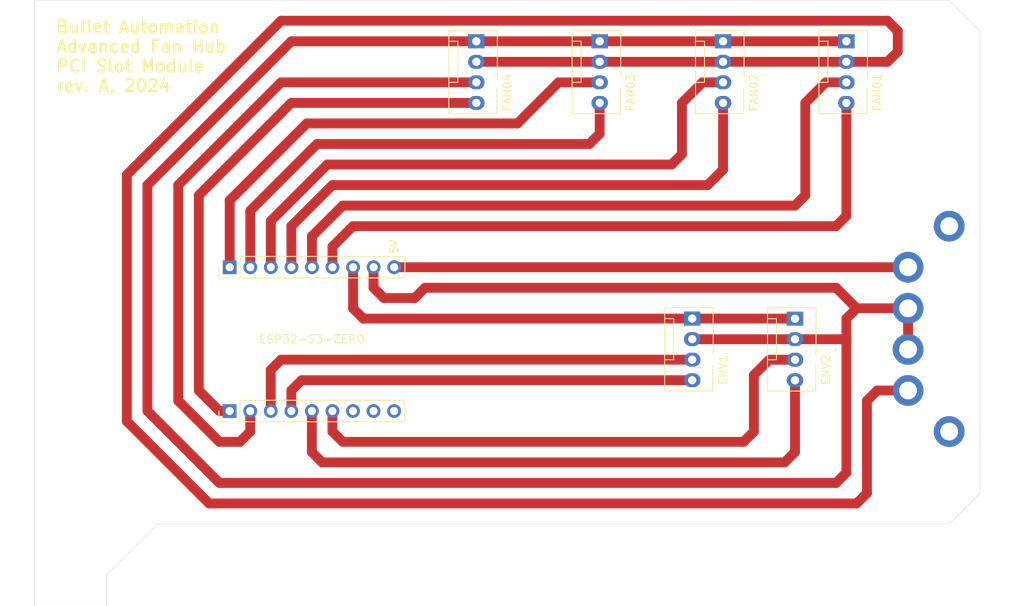
<source format=kicad_pcb>
(kicad_pcb (version 20240108) (generator "pcbnew") (generator_version "8.0")
  (layers (0 "F.Cu" signal) (31 "B.Cu" signal) (34 "B.Paste" user) (35 "F.Paste" user) (36 "B.SilkS" user "B.Silkscreen") (37 "F.SilkS" user "F.Silkscreen") (38 "B.Mask" user) (39 "F.Mask" user) (44 "Edge.Cuts" user))
  (net 0 "")
  (net 1 "GND")
  (net 2 "5V")
  (net 3 "12V")
  (net 4 "PWM1")
  (net 5 "PWM2")
  (net 6 "PWM3")
  (net 7 "PWM4")
  (net 8 "TACHO1")
  (net 9 "TACHO2")
  (net 10 "TACHO3")
  (net 11 "TACHO4")
  (net 12 "3V3")
  (net 13 "SCL_1")
  (net 14 "SDA_1")
  (net 15 "SCL_2")
  (net 16 "SDA_2")
  (footprint "Connector_PinHeader_2.54mm:PinHeader_1x09_P2.54mm_Vertical" (layer "F.Cu") (at 63.51 69.85 90)
    (property "Reference" "ESP32_A" (hide yes))
    (property "Value" "HA")
    (fp_line (start -1.33 -1.33) (end 0 -1.33) (stroke (width 0.12)) (layer "F.SilkS"))
    (fp_line (start -1.33 0) (end -1.33 -1.33) (stroke (width 0.12)) (layer "F.SilkS"))
    (fp_line (start 1.33 1.27) (end 1.33 21.65) (stroke (width 0.12)) (layer "F.SilkS"))
    (fp_line (start -1.33 1.27) (end 1.33 1.27) (stroke (width 0.12)) (layer "F.SilkS"))
    (fp_line (start -1.33 1.27) (end -1.33 21.65) (stroke (width 0.12)) (layer "F.SilkS"))
    (fp_line (start -1.33 21.65) (end 1.33 21.65) (stroke (width 0.12)) (layer "F.SilkS"))
    (pad "1" thru_hole oval (at 0 12.7 90) (size 1.7 1.7) (drill 1) (layers "*.Cu" "*.Mask") (net 4 "PWM1"))
    (pad "2" thru_hole oval (at 0 10.16 90) (size 1.7 1.7) (drill 1) (layers "*.Cu" "*.Mask") (net 8 "TACHO1"))
    (pad "3" thru_hole oval (at 0 7.62 90) (size 1.7 1.7) (drill 1) (layers "*.Cu" "*.Mask") (net 5 "PWM2"))
    (pad "3V3" thru_hole oval (at 0 15.24 90) (size 1.7 1.7) (drill 1) (layers "*.Cu" "*.Mask") (net 12 "3V3"))
    (pad "4" thru_hole oval (at 0 5.08 90) (size 1.7 1.7) (drill 1) (layers "*.Cu" "*.Mask") (net 9 "TACHO2"))
    (pad "5" thru_hole oval (at 0 2.54 90) (size 1.7 1.7) (drill 1) (layers "*.Cu" "*.Mask") (net 6 "PWM3"))
    (pad "5V" thru_hole oval (at 0 20.32 90) (size 1.7 1.7) (drill 1) (layers "*.Cu" "*.Mask") (net 2 "5V"))
    (pad "6" thru_hole rect (at 0 0 90) (size 1.7 1.7) (drill 1) (layers "*.Cu" "*.Mask") (net 10 "TACHO3"))
    (pad "GND" thru_hole oval (at 0 17.78 90) (size 1.7 1.7) (drill 1) (layers "*.Cu" "*.Mask") (net 1 "GND"))
  )
  (footprint "" (layer "F.Cu") (at 147.32 85.09)
    (property "Reference" "" (at 0 0 0) (layer "F.SilkS") (effects (font (size 1.27 1.27))))
    (property "Value" "")
    (pad "1" thru_hole circle (at 0 0) (size 3.8 3.8) (drill 2.2) (layers "*.Cu" "*.Mask") (net 3 "12V"))
  )
  (footprint "Connector:FanPinHeader_1x04_P2.54mm_Vertical" (layer "F.Cu") (at 109.22 41.91 -90)
    (property "Reference" "FAN03" (hide yes))
    (property "Value" "FAN_H3")
    (fp_line (start -1.35 3.4) (end -1.35 -2.6) (stroke (width 0.12)) (layer "F.SilkS"))
    (fp_line (start 8.95 3.4) (end -1.35 3.4) (stroke (width 0.12)) (layer "F.SilkS"))
    (fp_line (start 0 3.3) (end 0 2.29) (stroke (width 0.12)) (layer "F.SilkS"))
    (fp_line (start 0 2.29) (end 5.08 2.29) (stroke (width 0.12)) (layer "F.SilkS"))
    (fp_line (start 5.08 2.29) (end 5.08 3.3) (stroke (width 0.12)) (layer "F.SilkS"))
    (fp_line (start 5.75 -2.55) (end 8.95 -2.55) (stroke (width 0.12)) (layer "F.SilkS"))
    (fp_line (start 8.95 -2.55) (end 8.95 3.4) (stroke (width 0.12)) (layer "F.SilkS"))
    (fp_line (start -1.35 -2.6) (end 4.4 -2.6) (stroke (width 0.12)) (layer "F.SilkS"))
    (pad "1" thru_hole rect (at 0 0) (size 2.03 1.73) (drill 1.02) (layers "*.Cu" "*.Mask") (net 1 "GND"))
    (pad "2" thru_hole oval (at 2.54 0) (size 2.03 1.73) (drill 1.02) (layers "*.Cu" "*.Mask") (net 3 "12V"))
    (pad "3" thru_hole oval (at 5.08 0) (size 2.03 1.73) (drill 1.02) (layers "*.Cu" "*.Mask") (net 10 "TACHO3"))
    (pad "4" thru_hole oval (at 7.62 0) (size 2.03 1.73) (drill 1.02) (layers "*.Cu" "*.Mask") (net 6 "PWM3"))
  )
  (footprint "" (layer "F.Cu") (at 152.4 90.17)
    (property "Reference" "" (at 0 0 0) (layer "F.SilkS") (effects (font (size 1.27 1.27))))
    (property "Value" "")
    (pad "MNT" thru_hole circle (at 0 0) (size 3.8 3.8) (drill 2.2) (layers "*.Cu" "*.Mask"))
  )
  (footprint "" (layer "F.Cu") (at 43.18 106.68)
    (property "Reference" "" (at 0 -2.54 0) (layer "F.SilkS") (effects (font (size 1.27 1.27))))
    (property "Value" "")
    (pad "" np_thru_hole circle (at 0 0) (size 2.5 2.5) (drill 2.5) (layers "*.Cu" "*.Mask"))
  )
  (footprint "Connector_PinHeader_2.54mm:PinHeader_1x09_P2.54mm_Vertical" (layer "F.Cu") (at 63.5 87.63 90)
    (property "Reference" "ESP32_B" (hide yes))
    (property "Value" "HB")
    (fp_line (start -1.33 -1.33) (end 0 -1.33) (stroke (width 0.12)) (layer "F.SilkS"))
    (fp_line (start -1.33 0) (end -1.33 -1.33) (stroke (width 0.12)) (layer "F.SilkS"))
    (fp_line (start 1.33 1.27) (end 1.33 21.65) (stroke (width 0.12)) (layer "F.SilkS"))
    (fp_line (start -1.33 1.27) (end 1.33 1.27) (stroke (width 0.12)) (layer "F.SilkS"))
    (fp_line (start -1.33 1.27) (end -1.33 21.65) (stroke (width 0.12)) (layer "F.SilkS"))
    (fp_line (start -1.33 21.65) (end 1.33 21.65) (stroke (width 0.12)) (layer "F.SilkS"))
    (pad "7" thru_hole rect (at 0 0 90) (size 1.7 1.7) (drill 1) (layers "*.Cu" "*.Mask") (net 7 "PWM4"))
    (pad "8" thru_hole oval (at 0 2.54 90) (size 1.7 1.7) (drill 1) (layers "*.Cu" "*.Mask") (net 11 "TACHO4"))
    (pad "9" thru_hole oval (at 0 5.08 90) (size 1.7 1.7) (drill 1) (layers "*.Cu" "*.Mask") (net 13 "SCL_1"))
    (pad "10" thru_hole oval (at 0 7.62 90) (size 1.7 1.7) (drill 1) (layers "*.Cu" "*.Mask") (net 14 "SDA_1"))
    (pad "11" thru_hole oval (at 0 10.16 90) (size 1.7 1.7) (drill 1) (layers "*.Cu" "*.Mask") (net 16 "SDA_2"))
    (pad "12" thru_hole oval (at 0 12.7 90) (size 1.7 1.7) (drill 1) (layers "*.Cu" "*.Mask") (net 15 "SCL_2"))
    (pad "13" thru_hole oval (at 0 15.24 90) (size 1.7 1.7) (drill 1) (layers "*.Cu" "*.Mask"))
    (pad "RX" thru_hole oval (at 0 17.78 90) (size 1.7 1.7) (drill 1) (layers "*.Cu" "*.Mask"))
    (pad "TX" thru_hole oval (at 0 20.32 90) (size 1.7 1.7) (drill 1) (layers "*.Cu" "*.Mask"))
  )
  (footprint "" (layer "F.Cu") (at 147.32 69.85)
    (property "Reference" "" (at 0 0 0) (layer "F.SilkS") (effects (font (size 1.27 1.27))))
    (property "Value" "")
    (pad "4" thru_hole circle (at 0 0) (size 3.8 3.8) (drill 2.2) (layers "*.Cu" "*.Mask") (net 2 "5V"))
  )
  (footprint "" (layer "F.Cu") (at 152.4 64.77)
    (property "Reference" "" (at 0 0 0) (layer "F.SilkS") (effects (font (size 1.27 1.27))))
    (property "Value" "")
    (pad "MNT" thru_hole circle (at 0 0) (size 3.8 3.8) (drill 2.2) (layers "*.Cu" "*.Mask"))
  )
  (footprint "MountingHole:MountingHole_2.2mm_M2_DIN965_Pad" (layer "F.Cu") (at 147.32 80.01)
    (property "Reference" "ATX2" (hide yes))
    (property "Value" "MountingHole_2.2mm_M2_DIN965_Pad")
    (pad "2" thru_hole circle (at 0 0) (size 3.8 3.8) (drill 2.2) (layers "*.Cu" "*.Mask") (net 1 "GND"))
  )
  (footprint "Connector:FanPinHeader_1x04_P2.54mm_Vertical" (layer "F.Cu") (at 124.46 41.91 -90)
    (property "Reference" "FAN02" (hide yes))
    (property "Value" "FAN_H2")
    (fp_line (start -1.35 3.4) (end -1.35 -2.6) (stroke (width 0.12)) (layer "F.SilkS"))
    (fp_line (start 8.95 3.4) (end -1.35 3.4) (stroke (width 0.12)) (layer "F.SilkS"))
    (fp_line (start 0 3.3) (end 0 2.29) (stroke (width 0.12)) (layer "F.SilkS"))
    (fp_line (start 0 2.29) (end 5.08 2.29) (stroke (width 0.12)) (layer "F.SilkS"))
    (fp_line (start 5.08 2.29) (end 5.08 3.3) (stroke (width 0.12)) (layer "F.SilkS"))
    (fp_line (start 5.75 -2.55) (end 8.95 -2.55) (stroke (width 0.12)) (layer "F.SilkS"))
    (fp_line (start 8.95 -2.55) (end 8.95 3.4) (stroke (width 0.12)) (layer "F.SilkS"))
    (fp_line (start -1.35 -2.6) (end 4.4 -2.6) (stroke (width 0.12)) (layer "F.SilkS"))
    (pad "1" thru_hole rect (at 0 0) (size 2.03 1.73) (drill 1.02) (layers "*.Cu" "*.Mask") (net 1 "GND"))
    (pad "2" thru_hole oval (at 2.54 0) (size 2.03 1.73) (drill 1.02) (layers "*.Cu" "*.Mask") (net 3 "12V"))
    (pad "3" thru_hole oval (at 5.08 0) (size 2.03 1.73) (drill 1.02) (layers "*.Cu" "*.Mask") (net 9 "TACHO2"))
    (pad "4" thru_hole oval (at 7.62 0) (size 2.03 1.73) (drill 1.02) (layers "*.Cu" "*.Mask") (net 5 "PWM2"))
  )
  (footprint "MountingHole:MountingHole_2.2mm_M2_DIN965_Pad" (layer "F.Cu") (at 147.32 74.93)
    (property "Reference" "ATX3" (hide yes))
    (property "Value" "MountingHole_2.2mm_M2_DIN965_Pad")
    (pad "3" thru_hole circle (at 0 0) (size 3.8 3.8) (drill 2.2) (layers "*.Cu" "*.Mask") (net 1 "GND"))
  )
  (footprint "Connector:FanPinHeader_1x04_P2.54mm_Vertical" (layer "F.Cu") (at 120.65 76.2 -90)
    (property "Reference" "ENV1" (at 6.35 -3.81 90) (layer "F.SilkS"))
    (property "Value" "FAN_H4")
    (fp_line (start -1.35 3.4) (end -1.35 -2.6) (stroke (width 0.12)) (layer "F.SilkS"))
    (fp_line (start 8.95 3.4) (end -1.35 3.4) (stroke (width 0.12)) (layer "F.SilkS"))
    (fp_line (start 0 3.3) (end 0 2.29) (stroke (width 0.12)) (layer "F.SilkS"))
    (fp_line (start 0 2.29) (end 5.08 2.29) (stroke (width 0.12)) (layer "F.SilkS"))
    (fp_line (start 5.08 2.29) (end 5.08 3.3) (stroke (width 0.12)) (layer "F.SilkS"))
    (fp_line (start 5.75 -2.55) (end 8.95 -2.55) (stroke (width 0.12)) (layer "F.SilkS"))
    (fp_line (start 8.95 -2.55) (end 8.95 3.4) (stroke (width 0.12)) (layer "F.SilkS"))
    (fp_line (start -1.35 -2.6) (end 4.4 -2.6) (stroke (width 0.12)) (layer "F.SilkS"))
    (pad "1" thru_hole rect (at 0 0) (size 2.03 1.73) (drill 1.02) (layers "*.Cu" "*.Mask") (net 12 "3V3"))
    (pad "2" thru_hole oval (at 2.54 0) (size 2.03 1.73) (drill 1.02) (layers "*.Cu" "*.Mask") (net 1 "GND"))
    (pad "3" thru_hole oval (at 5.08 0) (size 2.03 1.73) (drill 1.02) (layers "*.Cu" "*.Mask") (net 13 "SCL_1"))
    (pad "4" thru_hole oval (at 7.62 0) (size 2.03 1.73) (drill 1.02) (layers "*.Cu" "*.Mask") (net 14 "SDA_1"))
  )
  (footprint "Connector:FanPinHeader_1x04_P2.54mm_Vertical" (layer "F.Cu") (at 133.35 76.21 -90)
    (property "Reference" "ENV2" (at 6.34 -3.81 90) (layer "F.SilkS"))
    (property "Value" "FAN_H4")
    (fp_line (start -1.35 3.4) (end -1.35 -2.6) (stroke (width 0.12)) (layer "F.SilkS"))
    (fp_line (start 8.95 3.4) (end -1.35 3.4) (stroke (width 0.12)) (layer "F.SilkS"))
    (fp_line (start 0 3.3) (end 0 2.29) (stroke (width 0.12)) (layer "F.SilkS"))
    (fp_line (start 0 2.29) (end 5.08 2.29) (stroke (width 0.12)) (layer "F.SilkS"))
    (fp_line (start 5.08 2.29) (end 5.08 3.3) (stroke (width 0.12)) (layer "F.SilkS"))
    (fp_line (start 5.75 -2.55) (end 8.95 -2.55) (stroke (width 0.12)) (layer "F.SilkS"))
    (fp_line (start 8.95 -2.55) (end 8.95 3.4) (stroke (width 0.12)) (layer "F.SilkS"))
    (fp_line (start -1.35 -2.6) (end 4.4 -2.6) (stroke (width 0.12)) (layer "F.SilkS"))
    (pad "1" thru_hole rect (at 0 0) (size 2.03 1.73) (drill 1.02) (layers "*.Cu" "*.Mask") (net 12 "3V3"))
    (pad "2" thru_hole oval (at 2.54 0) (size 2.03 1.73) (drill 1.02) (layers "*.Cu" "*.Mask") (net 1 "GND"))
    (pad "3" thru_hole oval (at 5.08 0) (size 2.03 1.73) (drill 1.02) (layers "*.Cu" "*.Mask") (net 15 "SCL_2"))
    (pad "4" thru_hole oval (at 7.62 0) (size 2.03 1.73) (drill 1.02) (layers "*.Cu" "*.Mask") (net 16 "SDA_2"))
  )
  (footprint "Connector:FanPinHeader_1x04_P2.54mm_Vertical" (layer "F.Cu") (at 93.98 41.91 -90)
    (property "Reference" "FAN04" (hide yes))
    (property "Value" "FAN_H4")
    (fp_line (start -1.35 3.4) (end -1.35 -2.6) (stroke (width 0.12)) (layer "F.SilkS"))
    (fp_line (start 8.95 3.4) (end -1.35 3.4) (stroke (width 0.12)) (layer "F.SilkS"))
    (fp_line (start 0 3.3) (end 0 2.29) (stroke (width 0.12)) (layer "F.SilkS"))
    (fp_line (start 0 2.29) (end 5.08 2.29) (stroke (width 0.12)) (layer "F.SilkS"))
    (fp_line (start 5.08 2.29) (end 5.08 3.3) (stroke (width 0.12)) (layer "F.SilkS"))
    (fp_line (start 5.75 -2.55) (end 8.95 -2.55) (stroke (width 0.12)) (layer "F.SilkS"))
    (fp_line (start 8.95 -2.55) (end 8.95 3.4) (stroke (width 0.12)) (layer "F.SilkS"))
    (fp_line (start -1.35 -2.6) (end 4.4 -2.6) (stroke (width 0.12)) (layer "F.SilkS"))
    (pad "1" thru_hole rect (at 0 0) (size 2.03 1.73) (drill 1.02) (layers "*.Cu" "*.Mask") (net 1 "GND"))
    (pad "2" thru_hole oval (at 2.54 0) (size 2.03 1.73) (drill 1.02) (layers "*.Cu" "*.Mask") (net 3 "12V"))
    (pad "3" thru_hole oval (at 5.08 0) (size 2.03 1.73) (drill 1.02) (layers "*.Cu" "*.Mask") (net 11 "TACHO4"))
    (pad "4" thru_hole oval (at 7.62 0) (size 2.03 1.73) (drill 1.02) (layers "*.Cu" "*.Mask") (net 7 "PWM4"))
  )
  (footprint "Connector:FanPinHeader_1x04_P2.54mm_Vertical" (layer "F.Cu") (at 139.7 41.91 -90)
    (property "Reference" "FAN01" (hide yes))
    (property "Value" "FAN_H1")
    (fp_line (start -1.35 3.4) (end -1.35 -2.6) (stroke (width 0.12)) (layer "F.SilkS"))
    (fp_line (start 8.95 3.4) (end -1.35 3.4) (stroke (width 0.12)) (layer "F.SilkS"))
    (fp_line (start 0 3.3) (end 0 2.29) (stroke (width 0.12)) (layer "F.SilkS"))
    (fp_line (start 0 2.29) (end 5.08 2.29) (stroke (width 0.12)) (layer "F.SilkS"))
    (fp_line (start 5.08 2.29) (end 5.08 3.3) (stroke (width 0.12)) (layer "F.SilkS"))
    (fp_line (start 5.75 -2.55) (end 8.95 -2.55) (stroke (width 0.12)) (layer "F.SilkS"))
    (fp_line (start 8.95 -2.55) (end 8.95 3.4) (stroke (width 0.12)) (layer "F.SilkS"))
    (fp_line (start -1.35 -2.6) (end 4.4 -2.6) (stroke (width 0.12)) (layer "F.SilkS"))
    (pad "1" thru_hole rect (at 0 0) (size 2.03 1.73) (drill 1.02) (layers "*.Cu" "*.Mask") (net 1 "GND"))
    (pad "2" thru_hole oval (at 2.54 0) (size 2.03 1.73) (drill 1.02) (layers "*.Cu" "*.Mask") (net 3 "12V"))
    (pad "3" thru_hole oval (at 5.08 0) (size 2.03 1.73) (drill 1.02) (layers "*.Cu" "*.Mask") (net 8 "TACHO1"))
    (pad "4" thru_hole oval (at 7.62 0) (size 2.03 1.73) (drill 1.02) (layers "*.Cu" "*.Mask") (net 4 "PWM1"))
  )
  (footprint "MountingHole:MountingHole_2.5mm" (layer "F.Cu") (at 43.18 68.58)
    (property "Reference" "PCIe_MNT_TOP" (hide yes))
    (property "Value" "MountingHole_2.5mm")
    (pad "" np_thru_hole circle (at 0 0) (size 2.5 2.5) (drill 2.5) (layers "*.Cu" "*.Mask"))
  )
  (gr_line (start 152.4 36.83) (end 156.21 40.64) (stroke (width 0.05)) (layer "Edge.Cuts"))
  (gr_line (start 48.26 111.76) (end 39.37 111.76) (stroke (width 0.05)) (layer "Edge.Cuts"))
  (gr_line (start 54.61 101.6) (end 48.26 107.95) (stroke (width 0.05)) (layer "Edge.Cuts"))
  (gr_line (start 39.37 111.76) (end 39.37 36.83) (stroke (width 0.05)) (layer "Edge.Cuts"))
  (gr_line (start 156.21 97.79) (end 152.4 101.6) (stroke (width 0.05)) (layer "Edge.Cuts"))
  (gr_line (start 156.21 40.64) (end 156.21 97.79) (stroke (width 0.05)) (layer "Edge.Cuts"))
  (gr_line (start 152.4 101.6) (end 54.61 101.6) (stroke (width 0.05)) (layer "Edge.Cuts"))
  (gr_line (start 39.37 36.83) (end 152.4 36.83) (stroke (width 0.05)) (layer "Edge.Cuts"))
  (gr_line (start 48.26 107.95) (end 48.26 111.76) (stroke (width 0.05)) (layer "Edge.Cuts"))
  (gr_text "5V" (at 83.82 67.31 90) (layer "F.SilkS") (effects (font (size 1 1))))
  (gr_text "FAN04" (at 97.79 48.26 90) (layer "F.SilkS") (effects (font (size 1 1))))
  (gr_text "ESP32-S3-ZERO" (at 73.66 78.74 0) (layer "F.SilkS") (effects (font (size 1 1))))
  (gr_text "FAN03" (at 113.03 48.26 90) (layer "F.SilkS") (effects (font (size 1 1))))
  (gr_text "Bullet Automation\nAdvanced Fan Hub\nPCI Slot Module\nrev. A, 2024" (at 41.91 48.26 0) (layer "F.SilkS") (effects (font (size 1.5 1.5) (thickness 0.3) (bold yes)) (justify left bottom)))
  (gr_text "FAN01" (at 143.51 48.26 90) (layer "F.SilkS") (effects (font (size 1 1))))
  (gr_text "FAN02" (at 128.27 48.26 90) (layer "F.SilkS") (effects (font (size 1 1))))
  (segment (start 124.46 41.91) (end 109.22 41.91) (width 1.22) (layer "F.Cu") (net 1))
  (segment (start 82.55 73.66) (end 86.36 73.66) (width 1.22) (layer "F.Cu") (net 1))
  (segment (start 139.7 95.25) (end 139.7 78.75) (width 1.22) (layer "F.Cu") (net 1))
  (segment (start 109.22 41.91) (end 93.98 41.91) (width 1.22) (layer "F.Cu") (net 1))
  (segment (start 81.28 72.39) (end 82.55 73.66) (width 1.22) (layer "F.Cu") (net 1))
  (segment (start 147.32 74.93) (end 140.97 74.93) (width 1.22) (layer "F.Cu") (net 1))
  (segment (start 139.7 76.2) (end 139.7 78.75) (width 1.22) (layer "F.Cu") (net 1))
  (segment (start 139.7 78.75) (end 133.35 78.75) (width 1.22) (layer "F.Cu") (net 1))
  (segment (start 71.12 41.91) (end 93.98 41.91) (width 1.22) (layer "F.Cu") (net 1))
  (segment (start 138.43 72.39) (end 140.97 74.93) (width 1.22) (layer "F.Cu") (net 1))
  (segment (start 140.97 74.93) (end 139.7 76.2) (width 1.22) (layer "F.Cu") (net 1))
  (segment (start 133.35 78.75) (end 120.66 78.75) (width 1.22) (layer "F.Cu") (net 1))
  (segment (start 81.28 69.86) (end 81.28 72.39) (width 1.22) (layer "F.Cu") (net 1))
  (segment (start 81.29 69.85) (end 81.28 69.86) (width 1.22) (layer "F.Cu") (net 1))
  (segment (start 138.43 96.52) (end 139.7 95.25) (width 1.22) (layer "F.Cu") (net 1))
  (segment (start 86.36 73.66) (end 87.63 72.39) (width 1.22) (layer "F.Cu") (net 1))
  (segment (start 53.34 59.69) (end 71.12 41.91) (width 1.22) (layer "F.Cu") (net 1))
  (segment (start 53.34 87.63) (end 53.34 59.69) (width 1.22) (layer "F.Cu") (net 1))
  (segment (start 139.7 41.91) (end 124.46 41.91) (width 1.22) (layer "F.Cu") (net 1))
  (segment (start 87.63 72.39) (end 138.43 72.39) (width 1.22) (layer "F.Cu") (net 1))
  (segment (start 62.23 96.52) (end 53.34 87.63) (width 1.22) (layer "F.Cu") (net 1))
  (segment (start 147.32 74.93) (end 147.32 80.01) (width 1.22) (layer "F.Cu") (net 1))
  (segment (start 120.66 78.75) (end 120.65 78.74) (width 1.22) (layer "F.Cu") (net 1))
  (segment (start 62.23 96.52) (end 138.43 96.52) (width 1.22) (layer "F.Cu") (net 1))
  (segment (start 147.32 69.85) (end 83.83 69.85) (width 1.22) (layer "F.Cu") (net 2))
  (segment (start 139.7 44.45) (end 144.78 44.45) (width 1.22) (layer "F.Cu") (net 3))
  (segment (start 142.24 97.79) (end 142.24 86.36) (width 1.22) (layer "F.Cu") (net 3))
  (segment (start 109.22 44.45) (end 124.46 44.45) (width 1.22) (layer "F.Cu") (net 3))
  (segment (start 60.96 99.06) (end 140.97 99.06) (width 1.22) (layer "F.Cu") (net 3))
  (segment (start 144.78 44.45) (end 146.05 43.18) (width 1.22) (layer "F.Cu") (net 3))
  (segment (start 50.8 58.42) (end 50.8 88.9) (width 1.22) (layer "F.Cu") (net 3))
  (segment (start 143.51 85.09) (end 147.32 85.09) (width 1.22) (layer "F.Cu") (net 3))
  (segment (start 124.46 44.45) (end 139.7 44.45) (width 1.22) (layer "F.Cu") (net 3))
  (segment (start 146.05 43.18) (end 146.05 40.64) (width 1.22) (layer "F.Cu") (net 3))
  (segment (start 140.97 99.06) (end 142.24 97.79) (width 1.22) (layer "F.Cu") (net 3))
  (segment (start 50.8 88.9) (end 60.96 99.06) (width 1.22) (layer "F.Cu") (net 3))
  (segment (start 69.85 39.37) (end 50.8 58.42) (width 1.22) (layer "F.Cu") (net 3))
  (segment (start 142.24 86.36) (end 143.51 85.09) (width 1.22) (layer "F.Cu") (net 3))
  (segment (start 93.98 44.45) (end 109.22 44.45) (width 1.22) (layer "F.Cu") (net 3))
  (segment (start 144.78 39.37) (end 69.85 39.37) (width 1.22) (layer "F.Cu") (net 3))
  (segment (start 146.05 40.64) (end 144.78 39.37) (width 1.22) (layer "F.Cu") (net 3))
  (segment (start 138.43 64.77) (end 139.7 63.5) (width 1.22) (layer "F.Cu") (net 4))
  (segment (start 76.21 69.85) (end 76.21 67.32) (width 1.22) (layer "F.Cu") (net 4))
  (segment (start 78.74 64.77) (end 138.43 64.77) (width 1.22) (layer "F.Cu") (net 4))
  (segment (start 76.21 67.32) (end 76.2 67.31) (width 1.22) (layer "F.Cu") (net 4))
  (segment (start 76.2 67.31) (end 78.74 64.77) (width 1.22) (layer "F.Cu") (net 4))
  (segment (start 139.7 63.5) (end 139.7 49.53) (width 1.22) (layer "F.Cu") (net 4))
  (segment (start 124.46 57.785) (end 124.46 49.53) (width 1.22) (layer "F.Cu") (net 5))
  (segment (start 71.12 64.77) (end 76.2 59.69) (width 1.22) (layer "F.Cu") (net 5))
  (segment (start 71.13 69.85) (end 71.13 67.32) (width 1.22) (layer "F.Cu") (net 5))
  (segment (start 71.12 67.31) (end 71.12 64.77) (width 1.22) (layer "F.Cu") (net 5))
  (segment (start 76.2 59.69) (end 122.555 59.69) (width 1.22) (layer "F.Cu") (net 5))
  (segment (start 71.13 67.32) (end 71.12 67.31) (width 1.22) (layer "F.Cu") (net 5))
  (segment (start 122.555 59.69) (end 124.46 57.785) (width 1.22) (layer "F.Cu") (net 5))
  (segment (start 107.95 54.61) (end 74.295 54.61) (width 1.22) (layer "F.Cu") (net 6))
  (segment (start 109.22 53.34) (end 107.95 54.61) (width 1.22) (layer "F.Cu") (net 6))
  (segment (start 109.22 49.53) (end 109.22 53.34) (width 1.22) (layer "F.Cu") (net 6))
  (segment (start 66.05 62.855) (end 66.05 69.85) (width 1.22) (layer "F.Cu") (net 6))
  (segment (start 74.295 54.61) (end 66.05 62.855) (width 1.22) (layer "F.Cu") (net 6))
  (segment (start 71.12 49.53) (end 59.69 60.96) (width 1.22) (layer "F.Cu") (net 7))
  (segment (start 59.69 85.09) (end 62.23 87.63) (width 1.22) (layer "F.Cu") (net 7))
  (segment (start 59.69 60.96) (end 59.69 85.09) (width 1.22) (layer "F.Cu") (net 7))
  (segment (start 62.23 87.63) (end 63.5 87.63) (width 1.22) (layer "F.Cu") (net 7))
  (segment (start 93.98 49.53) (end 71.12 49.53) (width 1.22) (layer "F.Cu") (net 7))
  (segment (start 133.35 62.23) (end 134.62 60.96) (width 1.22) (layer "F.Cu") (net 8))
  (segment (start 134.62 60.96) (end 134.62 49.53) (width 1.22) (layer "F.Cu") (net 8))
  (segment (start 137.16 46.99) (end 139.7 46.99) (width 1.22) (layer "F.Cu") (net 8))
  (segment (start 73.67 69.85) (end 73.67 66.03) (width 1.22) (layer "F.Cu") (net 8))
  (segment (start 77.47 62.23) (end 133.35 62.23) (width 1.22) (layer "F.Cu") (net 8))
  (segment (start 134.62 49.53) (end 137.16 46.99) (width 1.22) (layer "F.Cu") (net 8))
  (segment (start 73.67 66.03) (end 77.47 62.23) (width 1.22) (layer "F.Cu") (net 8))
  (segment (start 121.92 46.99) (end 124.46 46.99) (width 1.22) (layer "F.Cu") (net 9))
  (segment (start 68.59 64.125) (end 75.565 57.15) (width 1.22) (layer "F.Cu") (net 9))
  (segment (start 118.11 57.15) (end 119.38 55.88) (width 1.22) (layer "F.Cu") (net 9))
  (segment (start 119.38 49.53) (end 121.92 46.99) (width 1.22) (layer "F.Cu") (net 9))
  (segment (start 68.59 69.85) (end 68.59 64.125) (width 1.22) (layer "F.Cu") (net 9))
  (segment (start 75.565 57.15) (end 118.11 57.15) (width 1.22) (layer "F.Cu") (net 9))
  (segment (start 119.38 55.88) (end 119.38 49.53) (width 1.22) (layer "F.Cu") (net 9))
  (segment (start 104.14 46.99) (end 109.22 46.99) (width 1.22) (layer "F.Cu") (net 10))
  (segment (start 73.025 52.07) (end 99.06 52.07) (width 1.22) (layer "F.Cu") (net 10))
  (segment (start 63.51 61.585) (end 73.025 52.07) (width 1.22) (layer "F.Cu") (net 10))
  (segment (start 99.06 52.07) (end 104.14 46.99) (width 1.22) (layer "F.Cu") (net 10))
  (segment (start 63.51 69.85) (end 63.51 61.585) (width 1.22) (layer "F.Cu") (net 10))
  (segment (start 66.04 90.17) (end 66.04 87.63) (width 1.22) (layer "F.Cu") (net 11))
  (segment (start 57.15 86.36) (end 62.23 91.44) (width 1.22) (layer "F.Cu") (net 11))
  (segment (start 57.15 59.69) (end 57.15 86.36) (width 1.22) (layer "F.Cu") (net 11))
  (segment (start 64.77 91.44) (end 66.04 90.17) (width 1.22) (layer "F.Cu") (net 11))
  (segment (start 93.98 46.99) (end 69.85 46.99) (width 1.22) (layer "F.Cu") (net 11))
  (segment (start 69.85 46.99) (end 57.15 59.69) (width 1.22) (layer "F.Cu") (net 11))
  (segment (start 62.23 91.44) (end 64.77 91.44) (width 1.22) (layer "F.Cu") (net 11))
  (segment (start 78.74 74.93) (end 78.75 74.92) (width 1.22) (layer "F.Cu") (net 12))
  (segment (start 120.65 76.2) (end 80.01 76.2) (width 1.22) (layer "F.Cu") (net 12))
  (segment (start 80.01 76.2) (end 78.74 74.93) (width 1.22) (layer "F.Cu") (net 12))
  (segment (start 78.75 74.92) (end 78.75 69.85) (width 1.22) (layer "F.Cu") (net 12))
  (segment (start 133.34 76.2) (end 133.35 76.21) (width 1.22) (layer "F.Cu") (net 12))
  (segment (start 120.65 76.2) (end 133.34 76.2) (width 1.22) (layer "F.Cu") (net 12))
  (segment (start 69.85 81.28) (end 120.65 81.28) (width 1.22) (layer "F.Cu") (net 13))
  (segment (start 68.58 82.55) (end 69.85 81.28) (width 1.22) (layer "F.Cu") (net 13))
  (segment (start 68.58 87.63) (end 68.58 82.55) (width 1.22) (layer "F.Cu") (net 13))
  (segment (start 72.39 83.82) (end 120.65 83.82) (width 1.22) (layer "F.Cu") (net 14))
  (segment (start 71.12 87.63) (end 71.12 85.09) (width 1.22) (layer "F.Cu") (net 14))
  (segment (start 71.12 85.09) (end 72.39 83.82) (width 1.22) (layer "F.Cu") (net 14))
  (segment (start 127 91.44) (end 77.47 91.44) (width 1.22) (layer "F.Cu") (net 15))
  (segment (start 76.2 90.17) (end 76.2 87.63) (width 1.22) (layer "F.Cu") (net 15))
  (segment (start 128.27 90.17) (end 127 91.44) (width 1.22) (layer "F.Cu") (net 15))
  (segment (start 77.47 91.44) (end 76.2 90.17) (width 1.22) (layer "F.Cu") (net 15))
  (segment (start 130.165 81.29) (end 128.27 83.185) (width 1.22) (layer "F.Cu") (net 15))
  (segment (start 133.35 81.29) (end 130.165 81.29) (width 1.22) (layer "F.Cu") (net 15))
  (segment (start 128.27 83.185) (end 128.27 90.17) (width 1.22) (layer "F.Cu") (net 15))
  (segment (start 133.35 92.71) (end 132.08 93.98) (width 1.22) (layer "F.Cu") (net 16))
  (segment (start 133.35 83.83) (end 133.35 92.71) (width 1.22) (layer "F.Cu") (net 16))
  (segment (start 132.08 93.98) (end 74.93 93.98) (width 1.22) (layer "F.Cu") (net 16))
  (segment (start 74.93 93.98) (end 73.66 92.71) (width 1.22) (layer "F.Cu") (net 16))
  (segment (start 73.66 92.71) (end 73.66 87.63) (width 1.22) (layer "F.Cu") (net 16))
)
</source>
